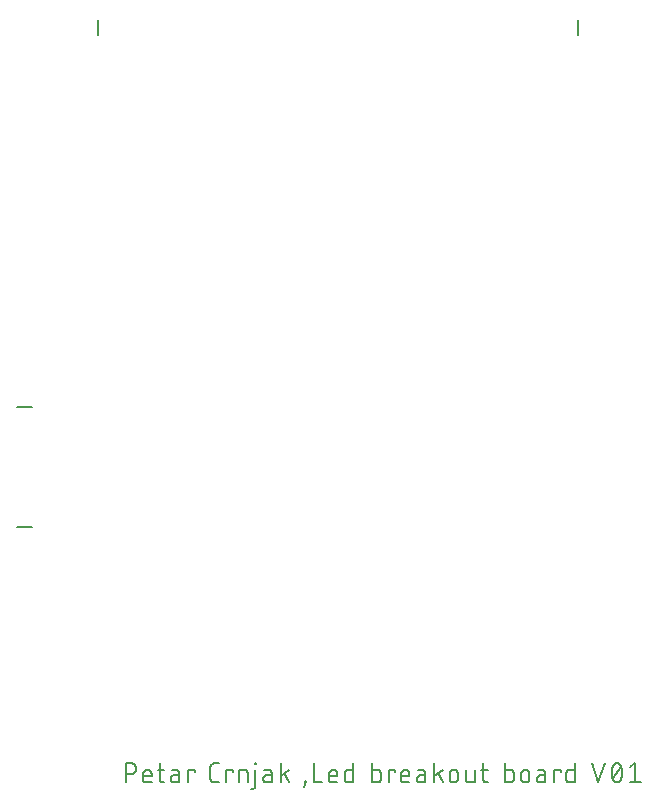
<source format=gto>
G75*
%MOIN*%
%OFA0B0*%
%FSLAX25Y25*%
%IPPOS*%
%LPD*%
%AMOC8*
5,1,8,0,0,1.08239X$1,22.5*
%
%ADD10C,0.00600*%
%ADD11C,0.00800*%
D10*
X0060355Y0024922D02*
X0060355Y0031322D01*
X0062133Y0031322D01*
X0062216Y0031320D01*
X0062299Y0031314D01*
X0062382Y0031304D01*
X0062465Y0031291D01*
X0062546Y0031273D01*
X0062627Y0031252D01*
X0062706Y0031227D01*
X0062784Y0031198D01*
X0062861Y0031166D01*
X0062936Y0031130D01*
X0063010Y0031091D01*
X0063081Y0031048D01*
X0063151Y0031002D01*
X0063218Y0030952D01*
X0063283Y0030900D01*
X0063345Y0030845D01*
X0063405Y0030786D01*
X0063462Y0030725D01*
X0063516Y0030662D01*
X0063567Y0030596D01*
X0063614Y0030527D01*
X0063659Y0030457D01*
X0063700Y0030384D01*
X0063737Y0030310D01*
X0063772Y0030234D01*
X0063802Y0030156D01*
X0063829Y0030078D01*
X0063852Y0029997D01*
X0063872Y0029916D01*
X0063887Y0029834D01*
X0063899Y0029752D01*
X0063907Y0029669D01*
X0063911Y0029586D01*
X0063911Y0029502D01*
X0063907Y0029419D01*
X0063899Y0029336D01*
X0063887Y0029254D01*
X0063872Y0029172D01*
X0063852Y0029091D01*
X0063829Y0029010D01*
X0063802Y0028932D01*
X0063772Y0028854D01*
X0063737Y0028778D01*
X0063700Y0028704D01*
X0063659Y0028631D01*
X0063614Y0028561D01*
X0063567Y0028492D01*
X0063516Y0028426D01*
X0063462Y0028363D01*
X0063405Y0028302D01*
X0063345Y0028243D01*
X0063283Y0028188D01*
X0063218Y0028136D01*
X0063151Y0028086D01*
X0063081Y0028040D01*
X0063010Y0027997D01*
X0062936Y0027958D01*
X0062861Y0027922D01*
X0062784Y0027890D01*
X0062706Y0027861D01*
X0062627Y0027836D01*
X0062546Y0027815D01*
X0062465Y0027797D01*
X0062382Y0027784D01*
X0062299Y0027774D01*
X0062216Y0027768D01*
X0062133Y0027766D01*
X0060355Y0027766D01*
X0066166Y0027766D02*
X0066166Y0025989D01*
X0066166Y0027055D02*
X0069011Y0027055D01*
X0069011Y0027766D01*
X0069010Y0027766D02*
X0069008Y0027840D01*
X0069002Y0027915D01*
X0068992Y0027988D01*
X0068979Y0028062D01*
X0068962Y0028134D01*
X0068940Y0028205D01*
X0068916Y0028276D01*
X0068887Y0028344D01*
X0068855Y0028412D01*
X0068819Y0028477D01*
X0068781Y0028540D01*
X0068738Y0028602D01*
X0068693Y0028661D01*
X0068645Y0028718D01*
X0068594Y0028772D01*
X0068540Y0028823D01*
X0068483Y0028871D01*
X0068424Y0028916D01*
X0068362Y0028959D01*
X0068299Y0028997D01*
X0068234Y0029033D01*
X0068166Y0029065D01*
X0068098Y0029094D01*
X0068027Y0029118D01*
X0067956Y0029140D01*
X0067884Y0029157D01*
X0067810Y0029170D01*
X0067737Y0029180D01*
X0067662Y0029186D01*
X0067588Y0029188D01*
X0067514Y0029186D01*
X0067439Y0029180D01*
X0067366Y0029170D01*
X0067292Y0029157D01*
X0067220Y0029140D01*
X0067149Y0029118D01*
X0067078Y0029094D01*
X0067010Y0029065D01*
X0066942Y0029033D01*
X0066877Y0028997D01*
X0066814Y0028959D01*
X0066752Y0028916D01*
X0066693Y0028871D01*
X0066636Y0028823D01*
X0066582Y0028772D01*
X0066531Y0028718D01*
X0066483Y0028661D01*
X0066438Y0028602D01*
X0066395Y0028540D01*
X0066357Y0028477D01*
X0066321Y0028412D01*
X0066289Y0028344D01*
X0066260Y0028276D01*
X0066236Y0028205D01*
X0066214Y0028134D01*
X0066197Y0028062D01*
X0066184Y0027988D01*
X0066174Y0027915D01*
X0066168Y0027840D01*
X0066166Y0027766D01*
X0066166Y0025989D02*
X0066168Y0025925D01*
X0066174Y0025860D01*
X0066183Y0025797D01*
X0066197Y0025734D01*
X0066214Y0025672D01*
X0066235Y0025611D01*
X0066260Y0025551D01*
X0066288Y0025493D01*
X0066320Y0025437D01*
X0066355Y0025383D01*
X0066393Y0025331D01*
X0066434Y0025281D01*
X0066479Y0025235D01*
X0066525Y0025190D01*
X0066575Y0025149D01*
X0066627Y0025111D01*
X0066681Y0025076D01*
X0066737Y0025044D01*
X0066795Y0025016D01*
X0066855Y0024991D01*
X0066916Y0024970D01*
X0066978Y0024953D01*
X0067041Y0024939D01*
X0067104Y0024930D01*
X0067169Y0024924D01*
X0067233Y0024922D01*
X0069011Y0024922D01*
X0071700Y0025989D02*
X0071700Y0031322D01*
X0070989Y0029189D02*
X0073122Y0029189D01*
X0075724Y0029189D02*
X0077146Y0029189D01*
X0077210Y0029187D01*
X0077275Y0029181D01*
X0077338Y0029172D01*
X0077401Y0029158D01*
X0077463Y0029141D01*
X0077524Y0029120D01*
X0077584Y0029095D01*
X0077642Y0029067D01*
X0077698Y0029035D01*
X0077752Y0029000D01*
X0077804Y0028962D01*
X0077854Y0028921D01*
X0077900Y0028876D01*
X0077945Y0028830D01*
X0077986Y0028780D01*
X0078024Y0028728D01*
X0078059Y0028674D01*
X0078091Y0028618D01*
X0078119Y0028560D01*
X0078144Y0028500D01*
X0078165Y0028439D01*
X0078182Y0028377D01*
X0078196Y0028314D01*
X0078205Y0028251D01*
X0078211Y0028186D01*
X0078213Y0028122D01*
X0078213Y0024922D01*
X0076613Y0024922D01*
X0076543Y0024924D01*
X0076474Y0024930D01*
X0076405Y0024940D01*
X0076336Y0024953D01*
X0076269Y0024971D01*
X0076202Y0024992D01*
X0076137Y0025017D01*
X0076073Y0025045D01*
X0076011Y0025077D01*
X0075951Y0025113D01*
X0075893Y0025151D01*
X0075837Y0025193D01*
X0075784Y0025238D01*
X0075733Y0025286D01*
X0075685Y0025337D01*
X0075640Y0025390D01*
X0075598Y0025446D01*
X0075560Y0025504D01*
X0075524Y0025564D01*
X0075492Y0025626D01*
X0075464Y0025690D01*
X0075439Y0025755D01*
X0075418Y0025822D01*
X0075400Y0025889D01*
X0075387Y0025958D01*
X0075377Y0026027D01*
X0075371Y0026096D01*
X0075369Y0026166D01*
X0075371Y0026236D01*
X0075377Y0026305D01*
X0075387Y0026374D01*
X0075400Y0026443D01*
X0075418Y0026510D01*
X0075439Y0026577D01*
X0075464Y0026642D01*
X0075492Y0026706D01*
X0075524Y0026768D01*
X0075560Y0026828D01*
X0075598Y0026886D01*
X0075640Y0026942D01*
X0075685Y0026995D01*
X0075733Y0027046D01*
X0075784Y0027094D01*
X0075837Y0027139D01*
X0075893Y0027181D01*
X0075951Y0027219D01*
X0076011Y0027255D01*
X0076073Y0027287D01*
X0076137Y0027315D01*
X0076202Y0027340D01*
X0076269Y0027361D01*
X0076336Y0027379D01*
X0076405Y0027392D01*
X0076474Y0027402D01*
X0076543Y0027408D01*
X0076613Y0027410D01*
X0076613Y0027411D02*
X0078213Y0027411D01*
X0081174Y0029189D02*
X0081174Y0024922D01*
X0083308Y0028478D02*
X0083308Y0029189D01*
X0081174Y0029189D01*
X0072767Y0024922D02*
X0072703Y0024924D01*
X0072638Y0024930D01*
X0072575Y0024939D01*
X0072512Y0024953D01*
X0072450Y0024970D01*
X0072389Y0024991D01*
X0072329Y0025016D01*
X0072271Y0025044D01*
X0072215Y0025076D01*
X0072161Y0025111D01*
X0072109Y0025149D01*
X0072059Y0025190D01*
X0072013Y0025235D01*
X0071968Y0025281D01*
X0071927Y0025331D01*
X0071889Y0025383D01*
X0071854Y0025437D01*
X0071822Y0025493D01*
X0071794Y0025551D01*
X0071769Y0025611D01*
X0071748Y0025672D01*
X0071731Y0025734D01*
X0071717Y0025797D01*
X0071708Y0025860D01*
X0071702Y0025925D01*
X0071700Y0025989D01*
X0072767Y0024922D02*
X0073122Y0024922D01*
X0088565Y0026344D02*
X0088565Y0029900D01*
X0088567Y0029974D01*
X0088573Y0030049D01*
X0088583Y0030122D01*
X0088596Y0030196D01*
X0088613Y0030268D01*
X0088635Y0030339D01*
X0088659Y0030410D01*
X0088688Y0030478D01*
X0088720Y0030546D01*
X0088756Y0030611D01*
X0088794Y0030674D01*
X0088837Y0030736D01*
X0088882Y0030795D01*
X0088930Y0030851D01*
X0088981Y0030906D01*
X0089035Y0030957D01*
X0089092Y0031005D01*
X0089151Y0031050D01*
X0089213Y0031093D01*
X0089276Y0031131D01*
X0089341Y0031167D01*
X0089409Y0031199D01*
X0089477Y0031228D01*
X0089548Y0031252D01*
X0089619Y0031274D01*
X0089691Y0031291D01*
X0089765Y0031304D01*
X0089838Y0031314D01*
X0089913Y0031320D01*
X0089987Y0031322D01*
X0091409Y0031322D01*
X0093893Y0029189D02*
X0096026Y0029189D01*
X0096026Y0028478D01*
X0093893Y0029189D02*
X0093893Y0024922D01*
X0091409Y0024922D02*
X0089987Y0024922D01*
X0089913Y0024924D01*
X0089838Y0024930D01*
X0089765Y0024940D01*
X0089691Y0024953D01*
X0089619Y0024970D01*
X0089548Y0024992D01*
X0089477Y0025016D01*
X0089409Y0025045D01*
X0089341Y0025077D01*
X0089276Y0025113D01*
X0089213Y0025151D01*
X0089151Y0025194D01*
X0089092Y0025239D01*
X0089035Y0025287D01*
X0088981Y0025338D01*
X0088930Y0025392D01*
X0088882Y0025449D01*
X0088837Y0025508D01*
X0088794Y0025570D01*
X0088756Y0025633D01*
X0088720Y0025698D01*
X0088688Y0025766D01*
X0088659Y0025834D01*
X0088635Y0025905D01*
X0088613Y0025976D01*
X0088596Y0026048D01*
X0088583Y0026122D01*
X0088573Y0026195D01*
X0088567Y0026270D01*
X0088565Y0026344D01*
X0098167Y0024922D02*
X0098167Y0029189D01*
X0099945Y0029189D01*
X0100009Y0029187D01*
X0100074Y0029181D01*
X0100137Y0029172D01*
X0100200Y0029158D01*
X0100262Y0029141D01*
X0100323Y0029120D01*
X0100383Y0029095D01*
X0100441Y0029067D01*
X0100497Y0029035D01*
X0100551Y0029000D01*
X0100603Y0028962D01*
X0100653Y0028921D01*
X0100699Y0028876D01*
X0100744Y0028830D01*
X0100785Y0028780D01*
X0100823Y0028728D01*
X0100858Y0028674D01*
X0100890Y0028618D01*
X0100918Y0028560D01*
X0100943Y0028500D01*
X0100964Y0028439D01*
X0100981Y0028377D01*
X0100995Y0028314D01*
X0101004Y0028251D01*
X0101010Y0028186D01*
X0101012Y0028122D01*
X0101012Y0024922D01*
X0102530Y0022788D02*
X0102594Y0022790D01*
X0102659Y0022796D01*
X0102722Y0022805D01*
X0102785Y0022819D01*
X0102847Y0022836D01*
X0102908Y0022857D01*
X0102968Y0022882D01*
X0103026Y0022910D01*
X0103082Y0022942D01*
X0103136Y0022977D01*
X0103188Y0023015D01*
X0103238Y0023056D01*
X0103284Y0023101D01*
X0103329Y0023147D01*
X0103370Y0023197D01*
X0103408Y0023249D01*
X0103443Y0023303D01*
X0103475Y0023359D01*
X0103503Y0023417D01*
X0103528Y0023477D01*
X0103549Y0023538D01*
X0103566Y0023600D01*
X0103580Y0023663D01*
X0103589Y0023726D01*
X0103595Y0023791D01*
X0103597Y0023855D01*
X0103596Y0023855D02*
X0103596Y0029189D01*
X0103774Y0030966D02*
X0103419Y0030966D01*
X0103419Y0031322D01*
X0103774Y0031322D01*
X0103774Y0030966D01*
X0106494Y0029189D02*
X0107916Y0029189D01*
X0107980Y0029187D01*
X0108045Y0029181D01*
X0108108Y0029172D01*
X0108171Y0029158D01*
X0108233Y0029141D01*
X0108294Y0029120D01*
X0108354Y0029095D01*
X0108412Y0029067D01*
X0108468Y0029035D01*
X0108522Y0029000D01*
X0108574Y0028962D01*
X0108624Y0028921D01*
X0108670Y0028876D01*
X0108715Y0028830D01*
X0108756Y0028780D01*
X0108794Y0028728D01*
X0108829Y0028674D01*
X0108861Y0028618D01*
X0108889Y0028560D01*
X0108914Y0028500D01*
X0108935Y0028439D01*
X0108952Y0028377D01*
X0108966Y0028314D01*
X0108975Y0028251D01*
X0108981Y0028186D01*
X0108983Y0028122D01*
X0108983Y0024922D01*
X0107383Y0024922D01*
X0107313Y0024924D01*
X0107244Y0024930D01*
X0107175Y0024940D01*
X0107106Y0024953D01*
X0107039Y0024971D01*
X0106972Y0024992D01*
X0106907Y0025017D01*
X0106843Y0025045D01*
X0106781Y0025077D01*
X0106721Y0025113D01*
X0106663Y0025151D01*
X0106607Y0025193D01*
X0106554Y0025238D01*
X0106503Y0025286D01*
X0106455Y0025337D01*
X0106410Y0025390D01*
X0106368Y0025446D01*
X0106330Y0025504D01*
X0106294Y0025564D01*
X0106262Y0025626D01*
X0106234Y0025690D01*
X0106209Y0025755D01*
X0106188Y0025822D01*
X0106170Y0025889D01*
X0106157Y0025958D01*
X0106147Y0026027D01*
X0106141Y0026096D01*
X0106139Y0026166D01*
X0106141Y0026236D01*
X0106147Y0026305D01*
X0106157Y0026374D01*
X0106170Y0026443D01*
X0106188Y0026510D01*
X0106209Y0026577D01*
X0106234Y0026642D01*
X0106262Y0026706D01*
X0106294Y0026768D01*
X0106330Y0026828D01*
X0106368Y0026886D01*
X0106410Y0026942D01*
X0106455Y0026995D01*
X0106503Y0027046D01*
X0106554Y0027094D01*
X0106607Y0027139D01*
X0106663Y0027181D01*
X0106721Y0027219D01*
X0106781Y0027255D01*
X0106843Y0027287D01*
X0106907Y0027315D01*
X0106972Y0027340D01*
X0107039Y0027361D01*
X0107106Y0027379D01*
X0107175Y0027392D01*
X0107244Y0027402D01*
X0107313Y0027408D01*
X0107383Y0027410D01*
X0107383Y0027411D02*
X0108983Y0027411D01*
X0111978Y0027055D02*
X0114822Y0029189D01*
X0113222Y0027944D02*
X0114822Y0024922D01*
X0111978Y0024922D02*
X0111978Y0031322D01*
X0120109Y0025278D02*
X0120465Y0025278D01*
X0120465Y0024922D01*
X0119931Y0023500D01*
X0120109Y0024922D02*
X0120109Y0025278D01*
X0120109Y0024922D02*
X0120465Y0024922D01*
X0123055Y0024922D02*
X0125899Y0024922D01*
X0128117Y0025989D02*
X0128117Y0027766D01*
X0128117Y0027055D02*
X0130961Y0027055D01*
X0130961Y0027766D01*
X0130959Y0027840D01*
X0130953Y0027915D01*
X0130943Y0027988D01*
X0130930Y0028062D01*
X0130913Y0028134D01*
X0130891Y0028205D01*
X0130867Y0028276D01*
X0130838Y0028344D01*
X0130806Y0028412D01*
X0130770Y0028477D01*
X0130732Y0028540D01*
X0130689Y0028602D01*
X0130644Y0028661D01*
X0130596Y0028718D01*
X0130545Y0028772D01*
X0130491Y0028823D01*
X0130434Y0028871D01*
X0130375Y0028916D01*
X0130313Y0028959D01*
X0130250Y0028997D01*
X0130185Y0029033D01*
X0130117Y0029065D01*
X0130049Y0029094D01*
X0129978Y0029118D01*
X0129907Y0029140D01*
X0129835Y0029157D01*
X0129761Y0029170D01*
X0129688Y0029180D01*
X0129613Y0029186D01*
X0129539Y0029188D01*
X0129465Y0029186D01*
X0129390Y0029180D01*
X0129317Y0029170D01*
X0129243Y0029157D01*
X0129171Y0029140D01*
X0129100Y0029118D01*
X0129029Y0029094D01*
X0128961Y0029065D01*
X0128893Y0029033D01*
X0128828Y0028997D01*
X0128765Y0028959D01*
X0128703Y0028916D01*
X0128644Y0028871D01*
X0128587Y0028823D01*
X0128533Y0028772D01*
X0128482Y0028718D01*
X0128434Y0028661D01*
X0128389Y0028602D01*
X0128346Y0028540D01*
X0128308Y0028477D01*
X0128272Y0028412D01*
X0128240Y0028344D01*
X0128211Y0028276D01*
X0128187Y0028205D01*
X0128165Y0028134D01*
X0128148Y0028062D01*
X0128135Y0027988D01*
X0128125Y0027915D01*
X0128119Y0027840D01*
X0128117Y0027766D01*
X0128116Y0025989D02*
X0128118Y0025925D01*
X0128124Y0025860D01*
X0128133Y0025797D01*
X0128147Y0025734D01*
X0128164Y0025672D01*
X0128185Y0025611D01*
X0128210Y0025551D01*
X0128238Y0025493D01*
X0128270Y0025437D01*
X0128305Y0025383D01*
X0128343Y0025331D01*
X0128384Y0025281D01*
X0128429Y0025235D01*
X0128475Y0025190D01*
X0128525Y0025149D01*
X0128577Y0025111D01*
X0128631Y0025076D01*
X0128687Y0025044D01*
X0128745Y0025016D01*
X0128805Y0024991D01*
X0128866Y0024970D01*
X0128928Y0024953D01*
X0128991Y0024939D01*
X0129054Y0024930D01*
X0129119Y0024924D01*
X0129183Y0024922D01*
X0130961Y0024922D01*
X0133421Y0025989D02*
X0133421Y0028122D01*
X0133423Y0028186D01*
X0133429Y0028251D01*
X0133438Y0028314D01*
X0133452Y0028377D01*
X0133469Y0028439D01*
X0133490Y0028500D01*
X0133515Y0028560D01*
X0133543Y0028618D01*
X0133575Y0028674D01*
X0133610Y0028728D01*
X0133648Y0028780D01*
X0133689Y0028830D01*
X0133734Y0028876D01*
X0133780Y0028921D01*
X0133830Y0028962D01*
X0133882Y0029000D01*
X0133936Y0029035D01*
X0133992Y0029067D01*
X0134050Y0029095D01*
X0134110Y0029120D01*
X0134171Y0029141D01*
X0134233Y0029158D01*
X0134296Y0029172D01*
X0134359Y0029181D01*
X0134424Y0029187D01*
X0134488Y0029189D01*
X0136266Y0029189D01*
X0136266Y0031322D02*
X0136266Y0024922D01*
X0134488Y0024922D01*
X0134424Y0024924D01*
X0134359Y0024930D01*
X0134296Y0024939D01*
X0134233Y0024953D01*
X0134171Y0024970D01*
X0134110Y0024991D01*
X0134050Y0025016D01*
X0133992Y0025044D01*
X0133936Y0025076D01*
X0133882Y0025111D01*
X0133830Y0025149D01*
X0133780Y0025190D01*
X0133734Y0025235D01*
X0133689Y0025281D01*
X0133648Y0025331D01*
X0133610Y0025383D01*
X0133575Y0025437D01*
X0133543Y0025493D01*
X0133515Y0025551D01*
X0133490Y0025611D01*
X0133469Y0025672D01*
X0133452Y0025734D01*
X0133438Y0025797D01*
X0133429Y0025860D01*
X0133423Y0025925D01*
X0133421Y0025989D01*
X0123055Y0024922D02*
X0123055Y0031322D01*
X0142505Y0031322D02*
X0142505Y0024922D01*
X0144283Y0024922D01*
X0144347Y0024924D01*
X0144412Y0024930D01*
X0144475Y0024939D01*
X0144538Y0024953D01*
X0144600Y0024970D01*
X0144661Y0024991D01*
X0144721Y0025016D01*
X0144779Y0025044D01*
X0144835Y0025076D01*
X0144889Y0025111D01*
X0144941Y0025149D01*
X0144991Y0025190D01*
X0145037Y0025235D01*
X0145082Y0025281D01*
X0145123Y0025331D01*
X0145161Y0025383D01*
X0145196Y0025437D01*
X0145228Y0025493D01*
X0145256Y0025551D01*
X0145281Y0025611D01*
X0145302Y0025672D01*
X0145319Y0025734D01*
X0145333Y0025797D01*
X0145342Y0025860D01*
X0145348Y0025925D01*
X0145350Y0025989D01*
X0145349Y0025989D02*
X0145349Y0028122D01*
X0145350Y0028122D02*
X0145348Y0028186D01*
X0145342Y0028251D01*
X0145333Y0028314D01*
X0145319Y0028377D01*
X0145302Y0028439D01*
X0145281Y0028500D01*
X0145256Y0028560D01*
X0145228Y0028618D01*
X0145196Y0028674D01*
X0145161Y0028728D01*
X0145123Y0028780D01*
X0145082Y0028830D01*
X0145037Y0028876D01*
X0144991Y0028921D01*
X0144941Y0028962D01*
X0144889Y0029000D01*
X0144835Y0029035D01*
X0144779Y0029067D01*
X0144721Y0029095D01*
X0144661Y0029120D01*
X0144600Y0029141D01*
X0144538Y0029158D01*
X0144475Y0029172D01*
X0144412Y0029181D01*
X0144347Y0029187D01*
X0144283Y0029189D01*
X0142505Y0029189D01*
X0148048Y0029189D02*
X0148048Y0024922D01*
X0150181Y0028478D02*
X0150181Y0029189D01*
X0148048Y0029189D01*
X0152117Y0027766D02*
X0152117Y0025989D01*
X0152117Y0027055D02*
X0154962Y0027055D01*
X0154962Y0027766D01*
X0154960Y0027840D01*
X0154954Y0027915D01*
X0154944Y0027988D01*
X0154931Y0028062D01*
X0154914Y0028134D01*
X0154892Y0028205D01*
X0154868Y0028276D01*
X0154839Y0028344D01*
X0154807Y0028412D01*
X0154771Y0028477D01*
X0154733Y0028540D01*
X0154690Y0028602D01*
X0154645Y0028661D01*
X0154597Y0028718D01*
X0154546Y0028772D01*
X0154492Y0028823D01*
X0154435Y0028871D01*
X0154376Y0028916D01*
X0154314Y0028959D01*
X0154251Y0028997D01*
X0154186Y0029033D01*
X0154118Y0029065D01*
X0154050Y0029094D01*
X0153979Y0029118D01*
X0153908Y0029140D01*
X0153836Y0029157D01*
X0153762Y0029170D01*
X0153689Y0029180D01*
X0153614Y0029186D01*
X0153540Y0029188D01*
X0153466Y0029186D01*
X0153391Y0029180D01*
X0153318Y0029170D01*
X0153244Y0029157D01*
X0153172Y0029140D01*
X0153101Y0029118D01*
X0153030Y0029094D01*
X0152962Y0029065D01*
X0152894Y0029033D01*
X0152829Y0028997D01*
X0152766Y0028959D01*
X0152704Y0028916D01*
X0152645Y0028871D01*
X0152588Y0028823D01*
X0152534Y0028772D01*
X0152483Y0028718D01*
X0152435Y0028661D01*
X0152390Y0028602D01*
X0152347Y0028540D01*
X0152309Y0028477D01*
X0152273Y0028412D01*
X0152241Y0028344D01*
X0152212Y0028276D01*
X0152188Y0028205D01*
X0152166Y0028134D01*
X0152149Y0028062D01*
X0152136Y0027988D01*
X0152126Y0027915D01*
X0152120Y0027840D01*
X0152118Y0027766D01*
X0152117Y0025989D02*
X0152119Y0025925D01*
X0152125Y0025860D01*
X0152134Y0025797D01*
X0152148Y0025734D01*
X0152165Y0025672D01*
X0152186Y0025611D01*
X0152211Y0025551D01*
X0152239Y0025493D01*
X0152271Y0025437D01*
X0152306Y0025383D01*
X0152344Y0025331D01*
X0152385Y0025281D01*
X0152430Y0025235D01*
X0152476Y0025190D01*
X0152526Y0025149D01*
X0152578Y0025111D01*
X0152632Y0025076D01*
X0152688Y0025044D01*
X0152746Y0025016D01*
X0152806Y0024991D01*
X0152867Y0024970D01*
X0152929Y0024953D01*
X0152992Y0024939D01*
X0153055Y0024930D01*
X0153120Y0024924D01*
X0153184Y0024922D01*
X0154962Y0024922D01*
X0158666Y0024922D02*
X0160266Y0024922D01*
X0160266Y0028122D01*
X0160266Y0027411D02*
X0158666Y0027411D01*
X0160267Y0028122D02*
X0160265Y0028186D01*
X0160259Y0028251D01*
X0160250Y0028314D01*
X0160236Y0028377D01*
X0160219Y0028439D01*
X0160198Y0028500D01*
X0160173Y0028560D01*
X0160145Y0028618D01*
X0160113Y0028674D01*
X0160078Y0028728D01*
X0160040Y0028780D01*
X0159999Y0028830D01*
X0159954Y0028876D01*
X0159908Y0028921D01*
X0159858Y0028962D01*
X0159806Y0029000D01*
X0159752Y0029035D01*
X0159696Y0029067D01*
X0159638Y0029095D01*
X0159578Y0029120D01*
X0159517Y0029141D01*
X0159455Y0029158D01*
X0159392Y0029172D01*
X0159329Y0029181D01*
X0159264Y0029187D01*
X0159200Y0029189D01*
X0157778Y0029189D01*
X0158666Y0027410D02*
X0158596Y0027408D01*
X0158527Y0027402D01*
X0158458Y0027392D01*
X0158389Y0027379D01*
X0158322Y0027361D01*
X0158255Y0027340D01*
X0158190Y0027315D01*
X0158126Y0027287D01*
X0158064Y0027255D01*
X0158004Y0027219D01*
X0157946Y0027181D01*
X0157890Y0027139D01*
X0157837Y0027094D01*
X0157786Y0027046D01*
X0157738Y0026995D01*
X0157693Y0026942D01*
X0157651Y0026886D01*
X0157613Y0026828D01*
X0157577Y0026768D01*
X0157545Y0026706D01*
X0157517Y0026642D01*
X0157492Y0026577D01*
X0157471Y0026510D01*
X0157453Y0026443D01*
X0157440Y0026374D01*
X0157430Y0026305D01*
X0157424Y0026236D01*
X0157422Y0026166D01*
X0157424Y0026096D01*
X0157430Y0026027D01*
X0157440Y0025958D01*
X0157453Y0025889D01*
X0157471Y0025822D01*
X0157492Y0025755D01*
X0157517Y0025690D01*
X0157545Y0025626D01*
X0157577Y0025564D01*
X0157613Y0025504D01*
X0157651Y0025446D01*
X0157693Y0025390D01*
X0157738Y0025337D01*
X0157786Y0025286D01*
X0157837Y0025238D01*
X0157890Y0025193D01*
X0157946Y0025151D01*
X0158004Y0025113D01*
X0158064Y0025077D01*
X0158126Y0025045D01*
X0158190Y0025017D01*
X0158255Y0024992D01*
X0158322Y0024971D01*
X0158389Y0024953D01*
X0158458Y0024940D01*
X0158527Y0024930D01*
X0158596Y0024924D01*
X0158666Y0024922D01*
X0163261Y0024922D02*
X0163261Y0031322D01*
X0166106Y0029189D02*
X0163261Y0027055D01*
X0164506Y0027944D02*
X0166106Y0024922D01*
X0168323Y0026344D02*
X0168323Y0027766D01*
X0168325Y0027840D01*
X0168331Y0027915D01*
X0168341Y0027988D01*
X0168354Y0028062D01*
X0168371Y0028134D01*
X0168393Y0028205D01*
X0168417Y0028276D01*
X0168446Y0028344D01*
X0168478Y0028412D01*
X0168514Y0028477D01*
X0168552Y0028540D01*
X0168595Y0028602D01*
X0168640Y0028661D01*
X0168688Y0028718D01*
X0168739Y0028772D01*
X0168793Y0028823D01*
X0168850Y0028871D01*
X0168909Y0028916D01*
X0168971Y0028959D01*
X0169034Y0028997D01*
X0169099Y0029033D01*
X0169167Y0029065D01*
X0169235Y0029094D01*
X0169306Y0029118D01*
X0169377Y0029140D01*
X0169449Y0029157D01*
X0169523Y0029170D01*
X0169596Y0029180D01*
X0169671Y0029186D01*
X0169745Y0029188D01*
X0169819Y0029186D01*
X0169894Y0029180D01*
X0169967Y0029170D01*
X0170041Y0029157D01*
X0170113Y0029140D01*
X0170184Y0029118D01*
X0170255Y0029094D01*
X0170323Y0029065D01*
X0170391Y0029033D01*
X0170456Y0028997D01*
X0170519Y0028959D01*
X0170581Y0028916D01*
X0170640Y0028871D01*
X0170697Y0028823D01*
X0170751Y0028772D01*
X0170802Y0028718D01*
X0170850Y0028661D01*
X0170895Y0028602D01*
X0170938Y0028540D01*
X0170976Y0028477D01*
X0171012Y0028412D01*
X0171044Y0028344D01*
X0171073Y0028276D01*
X0171097Y0028205D01*
X0171119Y0028134D01*
X0171136Y0028062D01*
X0171149Y0027988D01*
X0171159Y0027915D01*
X0171165Y0027840D01*
X0171167Y0027766D01*
X0171167Y0026344D01*
X0171165Y0026270D01*
X0171159Y0026195D01*
X0171149Y0026122D01*
X0171136Y0026048D01*
X0171119Y0025976D01*
X0171097Y0025905D01*
X0171073Y0025834D01*
X0171044Y0025766D01*
X0171012Y0025698D01*
X0170976Y0025633D01*
X0170938Y0025570D01*
X0170895Y0025508D01*
X0170850Y0025449D01*
X0170802Y0025392D01*
X0170751Y0025338D01*
X0170697Y0025287D01*
X0170640Y0025239D01*
X0170581Y0025194D01*
X0170519Y0025151D01*
X0170456Y0025113D01*
X0170391Y0025077D01*
X0170323Y0025045D01*
X0170255Y0025016D01*
X0170184Y0024992D01*
X0170113Y0024970D01*
X0170041Y0024953D01*
X0169967Y0024940D01*
X0169894Y0024930D01*
X0169819Y0024924D01*
X0169745Y0024922D01*
X0169671Y0024924D01*
X0169596Y0024930D01*
X0169523Y0024940D01*
X0169449Y0024953D01*
X0169377Y0024970D01*
X0169306Y0024992D01*
X0169235Y0025016D01*
X0169167Y0025045D01*
X0169099Y0025077D01*
X0169034Y0025113D01*
X0168971Y0025151D01*
X0168909Y0025194D01*
X0168850Y0025239D01*
X0168793Y0025287D01*
X0168739Y0025338D01*
X0168688Y0025392D01*
X0168640Y0025449D01*
X0168595Y0025508D01*
X0168552Y0025570D01*
X0168514Y0025633D01*
X0168478Y0025698D01*
X0168446Y0025766D01*
X0168417Y0025834D01*
X0168393Y0025905D01*
X0168371Y0025976D01*
X0168354Y0026048D01*
X0168341Y0026122D01*
X0168331Y0026195D01*
X0168325Y0026270D01*
X0168323Y0026344D01*
X0173862Y0025989D02*
X0173862Y0029189D01*
X0176706Y0029189D02*
X0176706Y0024922D01*
X0174928Y0024922D01*
X0174864Y0024924D01*
X0174799Y0024930D01*
X0174736Y0024939D01*
X0174673Y0024953D01*
X0174611Y0024970D01*
X0174550Y0024991D01*
X0174490Y0025016D01*
X0174432Y0025044D01*
X0174376Y0025076D01*
X0174322Y0025111D01*
X0174270Y0025149D01*
X0174220Y0025190D01*
X0174174Y0025235D01*
X0174129Y0025281D01*
X0174088Y0025331D01*
X0174050Y0025383D01*
X0174015Y0025437D01*
X0173983Y0025493D01*
X0173955Y0025551D01*
X0173930Y0025611D01*
X0173909Y0025672D01*
X0173892Y0025734D01*
X0173878Y0025797D01*
X0173869Y0025860D01*
X0173863Y0025925D01*
X0173861Y0025989D01*
X0179601Y0025989D02*
X0179601Y0031322D01*
X0178889Y0029189D02*
X0181023Y0029189D01*
X0179600Y0025989D02*
X0179602Y0025925D01*
X0179608Y0025860D01*
X0179617Y0025797D01*
X0179631Y0025734D01*
X0179648Y0025672D01*
X0179669Y0025611D01*
X0179694Y0025551D01*
X0179722Y0025493D01*
X0179754Y0025437D01*
X0179789Y0025383D01*
X0179827Y0025331D01*
X0179868Y0025281D01*
X0179913Y0025235D01*
X0179959Y0025190D01*
X0180009Y0025149D01*
X0180061Y0025111D01*
X0180115Y0025076D01*
X0180171Y0025044D01*
X0180229Y0025016D01*
X0180289Y0024991D01*
X0180350Y0024970D01*
X0180412Y0024953D01*
X0180475Y0024939D01*
X0180538Y0024930D01*
X0180603Y0024924D01*
X0180667Y0024922D01*
X0181023Y0024922D01*
X0186814Y0024922D02*
X0186814Y0031322D01*
X0186814Y0029189D02*
X0188592Y0029189D01*
X0188656Y0029187D01*
X0188721Y0029181D01*
X0188784Y0029172D01*
X0188847Y0029158D01*
X0188909Y0029141D01*
X0188970Y0029120D01*
X0189030Y0029095D01*
X0189088Y0029067D01*
X0189144Y0029035D01*
X0189198Y0029000D01*
X0189250Y0028962D01*
X0189300Y0028921D01*
X0189346Y0028876D01*
X0189391Y0028830D01*
X0189432Y0028780D01*
X0189470Y0028728D01*
X0189505Y0028674D01*
X0189537Y0028618D01*
X0189565Y0028560D01*
X0189590Y0028500D01*
X0189611Y0028439D01*
X0189628Y0028377D01*
X0189642Y0028314D01*
X0189651Y0028251D01*
X0189657Y0028186D01*
X0189659Y0028122D01*
X0189658Y0028122D02*
X0189658Y0025989D01*
X0189659Y0025989D02*
X0189657Y0025925D01*
X0189651Y0025860D01*
X0189642Y0025797D01*
X0189628Y0025734D01*
X0189611Y0025672D01*
X0189590Y0025611D01*
X0189565Y0025551D01*
X0189537Y0025493D01*
X0189505Y0025437D01*
X0189470Y0025383D01*
X0189432Y0025331D01*
X0189391Y0025281D01*
X0189346Y0025235D01*
X0189300Y0025190D01*
X0189250Y0025149D01*
X0189198Y0025111D01*
X0189144Y0025076D01*
X0189088Y0025044D01*
X0189030Y0025016D01*
X0188970Y0024991D01*
X0188909Y0024970D01*
X0188847Y0024953D01*
X0188784Y0024939D01*
X0188721Y0024930D01*
X0188656Y0024924D01*
X0188592Y0024922D01*
X0186814Y0024922D01*
X0192119Y0026344D02*
X0192119Y0027766D01*
X0192121Y0027840D01*
X0192127Y0027915D01*
X0192137Y0027988D01*
X0192150Y0028062D01*
X0192167Y0028134D01*
X0192189Y0028205D01*
X0192213Y0028276D01*
X0192242Y0028344D01*
X0192274Y0028412D01*
X0192310Y0028477D01*
X0192348Y0028540D01*
X0192391Y0028602D01*
X0192436Y0028661D01*
X0192484Y0028718D01*
X0192535Y0028772D01*
X0192589Y0028823D01*
X0192646Y0028871D01*
X0192705Y0028916D01*
X0192767Y0028959D01*
X0192830Y0028997D01*
X0192895Y0029033D01*
X0192963Y0029065D01*
X0193031Y0029094D01*
X0193102Y0029118D01*
X0193173Y0029140D01*
X0193245Y0029157D01*
X0193319Y0029170D01*
X0193392Y0029180D01*
X0193467Y0029186D01*
X0193541Y0029188D01*
X0193615Y0029186D01*
X0193690Y0029180D01*
X0193763Y0029170D01*
X0193837Y0029157D01*
X0193909Y0029140D01*
X0193980Y0029118D01*
X0194051Y0029094D01*
X0194119Y0029065D01*
X0194187Y0029033D01*
X0194252Y0028997D01*
X0194315Y0028959D01*
X0194377Y0028916D01*
X0194436Y0028871D01*
X0194493Y0028823D01*
X0194547Y0028772D01*
X0194598Y0028718D01*
X0194646Y0028661D01*
X0194691Y0028602D01*
X0194734Y0028540D01*
X0194772Y0028477D01*
X0194808Y0028412D01*
X0194840Y0028344D01*
X0194869Y0028276D01*
X0194893Y0028205D01*
X0194915Y0028134D01*
X0194932Y0028062D01*
X0194945Y0027988D01*
X0194955Y0027915D01*
X0194961Y0027840D01*
X0194963Y0027766D01*
X0194963Y0026344D01*
X0194961Y0026270D01*
X0194955Y0026195D01*
X0194945Y0026122D01*
X0194932Y0026048D01*
X0194915Y0025976D01*
X0194893Y0025905D01*
X0194869Y0025834D01*
X0194840Y0025766D01*
X0194808Y0025698D01*
X0194772Y0025633D01*
X0194734Y0025570D01*
X0194691Y0025508D01*
X0194646Y0025449D01*
X0194598Y0025392D01*
X0194547Y0025338D01*
X0194493Y0025287D01*
X0194436Y0025239D01*
X0194377Y0025194D01*
X0194315Y0025151D01*
X0194252Y0025113D01*
X0194187Y0025077D01*
X0194119Y0025045D01*
X0194051Y0025016D01*
X0193980Y0024992D01*
X0193909Y0024970D01*
X0193837Y0024953D01*
X0193763Y0024940D01*
X0193690Y0024930D01*
X0193615Y0024924D01*
X0193541Y0024922D01*
X0193467Y0024924D01*
X0193392Y0024930D01*
X0193319Y0024940D01*
X0193245Y0024953D01*
X0193173Y0024970D01*
X0193102Y0024992D01*
X0193031Y0025016D01*
X0192963Y0025045D01*
X0192895Y0025077D01*
X0192830Y0025113D01*
X0192767Y0025151D01*
X0192705Y0025194D01*
X0192646Y0025239D01*
X0192589Y0025287D01*
X0192535Y0025338D01*
X0192484Y0025392D01*
X0192436Y0025449D01*
X0192391Y0025508D01*
X0192348Y0025570D01*
X0192310Y0025633D01*
X0192274Y0025698D01*
X0192242Y0025766D01*
X0192213Y0025834D01*
X0192189Y0025905D01*
X0192167Y0025976D01*
X0192150Y0026048D01*
X0192137Y0026122D01*
X0192127Y0026195D01*
X0192121Y0026270D01*
X0192119Y0026344D01*
X0197779Y0029189D02*
X0199201Y0029189D01*
X0199265Y0029187D01*
X0199330Y0029181D01*
X0199393Y0029172D01*
X0199456Y0029158D01*
X0199518Y0029141D01*
X0199579Y0029120D01*
X0199639Y0029095D01*
X0199697Y0029067D01*
X0199753Y0029035D01*
X0199807Y0029000D01*
X0199859Y0028962D01*
X0199909Y0028921D01*
X0199955Y0028876D01*
X0200000Y0028830D01*
X0200041Y0028780D01*
X0200079Y0028728D01*
X0200114Y0028674D01*
X0200146Y0028618D01*
X0200174Y0028560D01*
X0200199Y0028500D01*
X0200220Y0028439D01*
X0200237Y0028377D01*
X0200251Y0028314D01*
X0200260Y0028251D01*
X0200266Y0028186D01*
X0200268Y0028122D01*
X0200268Y0024922D01*
X0198668Y0024922D01*
X0198598Y0024924D01*
X0198529Y0024930D01*
X0198460Y0024940D01*
X0198391Y0024953D01*
X0198324Y0024971D01*
X0198257Y0024992D01*
X0198192Y0025017D01*
X0198128Y0025045D01*
X0198066Y0025077D01*
X0198006Y0025113D01*
X0197948Y0025151D01*
X0197892Y0025193D01*
X0197839Y0025238D01*
X0197788Y0025286D01*
X0197740Y0025337D01*
X0197695Y0025390D01*
X0197653Y0025446D01*
X0197615Y0025504D01*
X0197579Y0025564D01*
X0197547Y0025626D01*
X0197519Y0025690D01*
X0197494Y0025755D01*
X0197473Y0025822D01*
X0197455Y0025889D01*
X0197442Y0025958D01*
X0197432Y0026027D01*
X0197426Y0026096D01*
X0197424Y0026166D01*
X0197426Y0026236D01*
X0197432Y0026305D01*
X0197442Y0026374D01*
X0197455Y0026443D01*
X0197473Y0026510D01*
X0197494Y0026577D01*
X0197519Y0026642D01*
X0197547Y0026706D01*
X0197579Y0026768D01*
X0197615Y0026828D01*
X0197653Y0026886D01*
X0197695Y0026942D01*
X0197740Y0026995D01*
X0197788Y0027046D01*
X0197839Y0027094D01*
X0197892Y0027139D01*
X0197948Y0027181D01*
X0198006Y0027219D01*
X0198066Y0027255D01*
X0198128Y0027287D01*
X0198192Y0027315D01*
X0198257Y0027340D01*
X0198324Y0027361D01*
X0198391Y0027379D01*
X0198460Y0027392D01*
X0198529Y0027402D01*
X0198598Y0027408D01*
X0198668Y0027410D01*
X0198668Y0027411D02*
X0200268Y0027411D01*
X0203229Y0029189D02*
X0203229Y0024922D01*
X0205362Y0028478D02*
X0205362Y0029189D01*
X0203229Y0029189D01*
X0207270Y0028122D02*
X0207270Y0025989D01*
X0207269Y0025989D02*
X0207271Y0025925D01*
X0207277Y0025860D01*
X0207286Y0025797D01*
X0207300Y0025734D01*
X0207317Y0025672D01*
X0207338Y0025611D01*
X0207363Y0025551D01*
X0207391Y0025493D01*
X0207423Y0025437D01*
X0207458Y0025383D01*
X0207496Y0025331D01*
X0207537Y0025281D01*
X0207582Y0025235D01*
X0207628Y0025190D01*
X0207678Y0025149D01*
X0207730Y0025111D01*
X0207784Y0025076D01*
X0207840Y0025044D01*
X0207898Y0025016D01*
X0207958Y0024991D01*
X0208019Y0024970D01*
X0208081Y0024953D01*
X0208144Y0024939D01*
X0208207Y0024930D01*
X0208272Y0024924D01*
X0208336Y0024922D01*
X0210114Y0024922D01*
X0210114Y0031322D01*
X0210114Y0029189D02*
X0208336Y0029189D01*
X0208272Y0029187D01*
X0208207Y0029181D01*
X0208144Y0029172D01*
X0208081Y0029158D01*
X0208019Y0029141D01*
X0207958Y0029120D01*
X0207898Y0029095D01*
X0207840Y0029067D01*
X0207784Y0029035D01*
X0207730Y0029000D01*
X0207678Y0028962D01*
X0207628Y0028921D01*
X0207582Y0028876D01*
X0207537Y0028830D01*
X0207496Y0028780D01*
X0207458Y0028728D01*
X0207423Y0028674D01*
X0207391Y0028618D01*
X0207363Y0028560D01*
X0207338Y0028500D01*
X0207317Y0028439D01*
X0207300Y0028377D01*
X0207286Y0028314D01*
X0207277Y0028251D01*
X0207271Y0028186D01*
X0207269Y0028122D01*
X0215818Y0031322D02*
X0217952Y0024922D01*
X0220085Y0031322D01*
X0225883Y0028122D02*
X0225881Y0027981D01*
X0225875Y0027841D01*
X0225866Y0027700D01*
X0225853Y0027560D01*
X0225836Y0027420D01*
X0225816Y0027281D01*
X0225791Y0027143D01*
X0225763Y0027005D01*
X0225732Y0026868D01*
X0225696Y0026731D01*
X0225657Y0026596D01*
X0225615Y0026462D01*
X0225569Y0026329D01*
X0225519Y0026197D01*
X0225466Y0026067D01*
X0225410Y0025938D01*
X0225350Y0025811D01*
X0224106Y0024922D02*
X0224035Y0024924D01*
X0223964Y0024930D01*
X0223894Y0024939D01*
X0223824Y0024953D01*
X0223755Y0024970D01*
X0223688Y0024990D01*
X0223621Y0025015D01*
X0223556Y0025043D01*
X0223492Y0025074D01*
X0223430Y0025109D01*
X0223370Y0025147D01*
X0223312Y0025188D01*
X0223257Y0025232D01*
X0223204Y0025280D01*
X0223154Y0025330D01*
X0223106Y0025382D01*
X0223061Y0025437D01*
X0223020Y0025495D01*
X0222981Y0025555D01*
X0222946Y0025616D01*
X0222914Y0025680D01*
X0222886Y0025745D01*
X0222861Y0025811D01*
X0222683Y0026344D02*
X0225528Y0029900D01*
X0225351Y0030433D02*
X0225326Y0030499D01*
X0225298Y0030564D01*
X0225266Y0030628D01*
X0225231Y0030689D01*
X0225192Y0030749D01*
X0225151Y0030807D01*
X0225106Y0030862D01*
X0225058Y0030914D01*
X0225008Y0030964D01*
X0224955Y0031012D01*
X0224900Y0031056D01*
X0224842Y0031097D01*
X0224782Y0031135D01*
X0224720Y0031170D01*
X0224656Y0031201D01*
X0224591Y0031229D01*
X0224524Y0031254D01*
X0224457Y0031274D01*
X0224388Y0031291D01*
X0224318Y0031305D01*
X0224248Y0031314D01*
X0224177Y0031320D01*
X0224106Y0031322D01*
X0224035Y0031320D01*
X0223964Y0031314D01*
X0223894Y0031305D01*
X0223824Y0031291D01*
X0223755Y0031274D01*
X0223688Y0031254D01*
X0223621Y0031229D01*
X0223556Y0031201D01*
X0223492Y0031170D01*
X0223430Y0031135D01*
X0223370Y0031097D01*
X0223312Y0031056D01*
X0223257Y0031012D01*
X0223204Y0030964D01*
X0223154Y0030914D01*
X0223106Y0030862D01*
X0223061Y0030807D01*
X0223020Y0030749D01*
X0222981Y0030689D01*
X0222946Y0030628D01*
X0222914Y0030564D01*
X0222886Y0030499D01*
X0222861Y0030433D01*
X0225350Y0030433D02*
X0225410Y0030306D01*
X0225466Y0030177D01*
X0225519Y0030047D01*
X0225569Y0029915D01*
X0225615Y0029782D01*
X0225657Y0029648D01*
X0225696Y0029513D01*
X0225732Y0029376D01*
X0225763Y0029239D01*
X0225791Y0029101D01*
X0225816Y0028963D01*
X0225836Y0028824D01*
X0225853Y0028684D01*
X0225866Y0028544D01*
X0225875Y0028403D01*
X0225881Y0028263D01*
X0225883Y0028122D01*
X0222328Y0028122D02*
X0222330Y0028263D01*
X0222336Y0028403D01*
X0222345Y0028544D01*
X0222358Y0028684D01*
X0222375Y0028824D01*
X0222395Y0028963D01*
X0222420Y0029101D01*
X0222448Y0029239D01*
X0222479Y0029376D01*
X0222515Y0029513D01*
X0222554Y0029648D01*
X0222596Y0029782D01*
X0222642Y0029915D01*
X0222692Y0030047D01*
X0222745Y0030177D01*
X0222801Y0030306D01*
X0222861Y0030433D01*
X0225351Y0025811D02*
X0225326Y0025745D01*
X0225298Y0025680D01*
X0225266Y0025616D01*
X0225231Y0025555D01*
X0225192Y0025495D01*
X0225151Y0025437D01*
X0225106Y0025382D01*
X0225058Y0025330D01*
X0225008Y0025280D01*
X0224955Y0025232D01*
X0224899Y0025188D01*
X0224842Y0025147D01*
X0224782Y0025109D01*
X0224720Y0025074D01*
X0224656Y0025043D01*
X0224591Y0025015D01*
X0224524Y0024990D01*
X0224457Y0024970D01*
X0224388Y0024953D01*
X0224318Y0024939D01*
X0224248Y0024930D01*
X0224177Y0024924D01*
X0224106Y0024922D01*
X0228482Y0024922D02*
X0232038Y0024922D01*
X0230260Y0024922D02*
X0230260Y0031322D01*
X0228482Y0029900D01*
X0222328Y0028122D02*
X0222330Y0027981D01*
X0222336Y0027841D01*
X0222345Y0027700D01*
X0222358Y0027560D01*
X0222375Y0027420D01*
X0222395Y0027281D01*
X0222420Y0027143D01*
X0222448Y0027005D01*
X0222479Y0026868D01*
X0222515Y0026731D01*
X0222554Y0026596D01*
X0222596Y0026462D01*
X0222642Y0026329D01*
X0222692Y0026197D01*
X0222745Y0026067D01*
X0222801Y0025938D01*
X0222861Y0025811D01*
X0102530Y0022789D02*
X0102174Y0022789D01*
D11*
X0029091Y0110173D02*
X0024091Y0110173D01*
X0024091Y0150173D02*
X0029091Y0150173D01*
X0051118Y0274091D02*
X0051118Y0279091D01*
X0211118Y0279091D02*
X0211118Y0274091D01*
M02*

</source>
